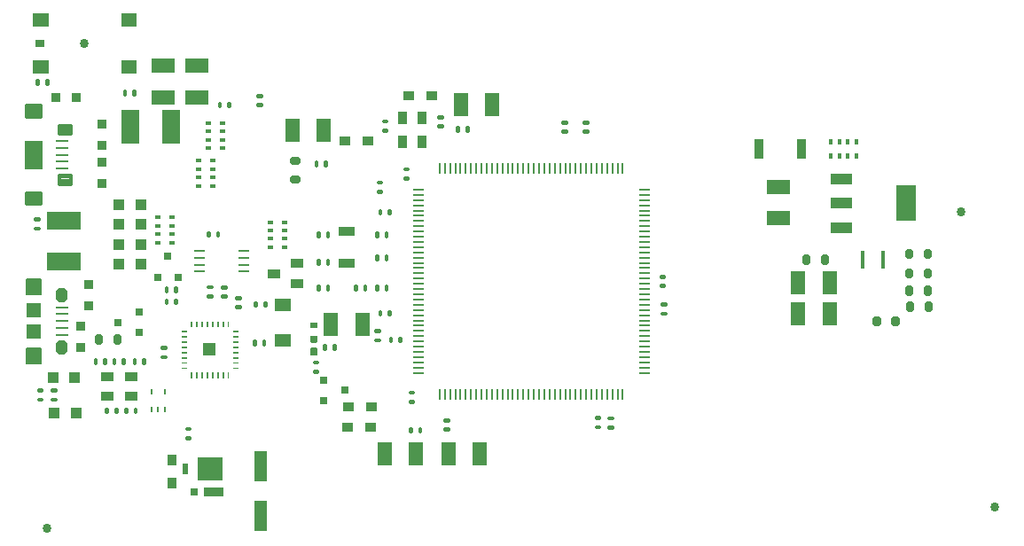
<source format=gtp>
G04 EAGLE Gerber RS-274X export*
G75*
%MOMM*%
%FSLAX34Y34*%
%LPD*%
%INTop Paste*%
%IPPOS*%
%AMOC8*
5,1,8,0,0,1.08239X$1,22.5*%
G01*
%ADD10R,1.247600X2.847600*%
%ADD11R,1.047600X1.047600*%
%ADD12C,0.863600*%
%ADD13R,1.710000X3.210000*%
%ADD14R,0.635000X0.736600*%
%ADD15C,0.305816*%
%ADD16R,0.497600X0.347600*%
%ADD17R,0.889000X0.762000*%
%ADD18C,0.062378*%
%ADD19R,1.047600X0.147600*%
%ADD20R,1.647600X0.947600*%
%ADD21R,2.082800X1.066800*%
%ADD22R,1.980000X3.380000*%
%ADD23R,0.847600X0.847600*%
%ADD24C,0.566959*%
%ADD25R,0.897600X1.147600*%
%ADD26R,1.047600X0.847600*%
%ADD27R,0.747600X0.547600*%
%ADD28R,2.240000X1.440000*%
%ADD29R,0.147600X1.047600*%
%ADD30R,1.440000X2.240000*%
%ADD31R,0.863600X1.828800*%
%ADD32R,1.247600X0.847600*%
%ADD33R,0.847600X1.047600*%
%ADD34R,0.347600X0.497600*%
%ADD35C,0.075000*%
%ADD36R,1.197600X0.247600*%
%ADD37R,1.800000X2.700000*%
%ADD38C,0.367231*%
%ADD39C,0.296472*%
%ADD40R,3.210000X1.710000*%
%ADD41R,1.270000X1.270000*%
%ADD42C,0.071453*%
%ADD43R,1.647600X1.247600*%
%ADD44R,0.247600X0.547600*%
%ADD45R,0.736600X0.635000*%
%ADD46R,1.147600X0.897600*%
%ADD47R,2.413000X2.286000*%
%ADD48R,0.609600X1.117600*%
%ADD49R,1.847600X0.947600*%
%ADD50R,0.647600X0.647600*%
%ADD51R,0.547600X0.097600*%
%ADD52R,0.947600X0.097600*%
%ADD53R,0.097600X0.547600*%
%ADD54R,0.097600X0.947600*%
%ADD55R,0.447600X1.797600*%
%ADD56R,1.193800X0.254000*%
%ADD57C,0.163447*%
%ADD58C,0.860550*%
%ADD59R,1.371600X1.473200*%


D10*
X230378Y35944D03*
X230378Y83944D03*
D11*
X115910Y276860D03*
X94910Y276860D03*
D12*
X899160Y326804D03*
X26670Y24130D03*
X62230Y487680D03*
D11*
X115910Y333248D03*
X94910Y333248D03*
X115910Y314452D03*
X94910Y314452D03*
D13*
X144976Y407924D03*
X105976Y407924D03*
D11*
X115910Y295656D03*
X94910Y295656D03*
D14*
X141986Y284226D03*
X151638Y263906D03*
X132334Y263906D03*
D15*
X189870Y306573D02*
X190368Y306573D01*
X190368Y303535D01*
X189870Y303535D01*
X189870Y306573D01*
X189870Y306440D02*
X190368Y306440D01*
X181478Y306573D02*
X180980Y306573D01*
X181478Y306573D02*
X181478Y303535D01*
X180980Y303535D01*
X180980Y306573D01*
X180980Y306440D02*
X181478Y306440D01*
X183637Y245994D02*
X183637Y245496D01*
X180599Y245496D01*
X180599Y245994D01*
X183637Y245994D01*
X183637Y254386D02*
X183637Y254884D01*
X183637Y254386D02*
X180599Y254386D01*
X180599Y254884D01*
X183637Y254884D01*
D16*
X240138Y316800D03*
X240138Y308800D03*
X240138Y300800D03*
X240138Y292800D03*
X253638Y292800D03*
X253638Y300800D03*
X253638Y308800D03*
X253638Y316800D03*
X132188Y321372D03*
X132188Y313372D03*
X132188Y305372D03*
X132188Y297372D03*
X145688Y297372D03*
X145688Y305372D03*
X145688Y313372D03*
X145688Y321372D03*
D12*
X931926Y44958D03*
D17*
X19685Y487680D03*
D18*
X13304Y504254D02*
X27156Y504254D01*
X13304Y504254D02*
X13304Y516106D01*
X27156Y516106D01*
X27156Y504254D01*
X27156Y504847D02*
X13304Y504847D01*
X13304Y505440D02*
X27156Y505440D01*
X27156Y506033D02*
X13304Y506033D01*
X13304Y506626D02*
X27156Y506626D01*
X27156Y507219D02*
X13304Y507219D01*
X13304Y507812D02*
X27156Y507812D01*
X27156Y508405D02*
X13304Y508405D01*
X13304Y508998D02*
X27156Y508998D01*
X27156Y509591D02*
X13304Y509591D01*
X13304Y510184D02*
X27156Y510184D01*
X27156Y510777D02*
X13304Y510777D01*
X13304Y511370D02*
X27156Y511370D01*
X27156Y511963D02*
X13304Y511963D01*
X13304Y512556D02*
X27156Y512556D01*
X27156Y513149D02*
X13304Y513149D01*
X13304Y513742D02*
X27156Y513742D01*
X27156Y514335D02*
X13304Y514335D01*
X13304Y514928D02*
X27156Y514928D01*
X27156Y515521D02*
X13304Y515521D01*
X97304Y504254D02*
X111156Y504254D01*
X97304Y504254D02*
X97304Y516106D01*
X111156Y516106D01*
X111156Y504254D01*
X111156Y504847D02*
X97304Y504847D01*
X97304Y505440D02*
X111156Y505440D01*
X111156Y506033D02*
X97304Y506033D01*
X97304Y506626D02*
X111156Y506626D01*
X111156Y507219D02*
X97304Y507219D01*
X97304Y507812D02*
X111156Y507812D01*
X111156Y508405D02*
X97304Y508405D01*
X97304Y508998D02*
X111156Y508998D01*
X111156Y509591D02*
X97304Y509591D01*
X97304Y510184D02*
X111156Y510184D01*
X111156Y510777D02*
X97304Y510777D01*
X97304Y511370D02*
X111156Y511370D01*
X111156Y511963D02*
X97304Y511963D01*
X97304Y512556D02*
X111156Y512556D01*
X111156Y513149D02*
X97304Y513149D01*
X97304Y513742D02*
X111156Y513742D01*
X111156Y514335D02*
X97304Y514335D01*
X97304Y514928D02*
X111156Y514928D01*
X111156Y515521D02*
X97304Y515521D01*
X27156Y459254D02*
X13304Y459254D01*
X13304Y471106D01*
X27156Y471106D01*
X27156Y459254D01*
X27156Y459847D02*
X13304Y459847D01*
X13304Y460440D02*
X27156Y460440D01*
X27156Y461033D02*
X13304Y461033D01*
X13304Y461626D02*
X27156Y461626D01*
X27156Y462219D02*
X13304Y462219D01*
X13304Y462812D02*
X27156Y462812D01*
X27156Y463405D02*
X13304Y463405D01*
X13304Y463998D02*
X27156Y463998D01*
X27156Y464591D02*
X13304Y464591D01*
X13304Y465184D02*
X27156Y465184D01*
X27156Y465777D02*
X13304Y465777D01*
X13304Y466370D02*
X27156Y466370D01*
X27156Y466963D02*
X13304Y466963D01*
X13304Y467556D02*
X27156Y467556D01*
X27156Y468149D02*
X13304Y468149D01*
X13304Y468742D02*
X27156Y468742D01*
X27156Y469335D02*
X13304Y469335D01*
X13304Y469928D02*
X27156Y469928D01*
X27156Y470521D02*
X13304Y470521D01*
X97304Y459254D02*
X111156Y459254D01*
X97304Y459254D02*
X97304Y471106D01*
X111156Y471106D01*
X111156Y459254D01*
X111156Y459847D02*
X97304Y459847D01*
X97304Y460440D02*
X111156Y460440D01*
X111156Y461033D02*
X97304Y461033D01*
X97304Y461626D02*
X111156Y461626D01*
X111156Y462219D02*
X97304Y462219D01*
X97304Y462812D02*
X111156Y462812D01*
X111156Y463405D02*
X97304Y463405D01*
X97304Y463998D02*
X111156Y463998D01*
X111156Y464591D02*
X97304Y464591D01*
X97304Y465184D02*
X111156Y465184D01*
X111156Y465777D02*
X97304Y465777D01*
X97304Y466370D02*
X111156Y466370D01*
X111156Y466963D02*
X97304Y466963D01*
X97304Y467556D02*
X111156Y467556D01*
X111156Y468149D02*
X97304Y468149D01*
X97304Y468742D02*
X111156Y468742D01*
X111156Y469335D02*
X97304Y469335D01*
X97304Y469928D02*
X111156Y469928D01*
X111156Y470521D02*
X97304Y470521D01*
D16*
X194202Y387288D03*
X194202Y395288D03*
X194202Y403288D03*
X194202Y411288D03*
X180702Y411288D03*
X180702Y403288D03*
X180702Y395288D03*
X180702Y387288D03*
D19*
X214678Y269640D03*
X214678Y276140D03*
X214678Y282640D03*
X214678Y289140D03*
X172428Y289140D03*
X172428Y282640D03*
X172428Y276140D03*
X172428Y269640D03*
D20*
X312928Y277108D03*
X312928Y308108D03*
D15*
X295270Y279903D02*
X294772Y279903D01*
X295270Y279903D02*
X295270Y276865D01*
X294772Y276865D01*
X294772Y279903D01*
X294772Y279770D02*
X295270Y279770D01*
X286380Y279903D02*
X285882Y279903D01*
X286380Y279903D02*
X286380Y276865D01*
X285882Y276865D01*
X285882Y279903D01*
X285882Y279770D02*
X286380Y279770D01*
X294772Y306319D02*
X295270Y306319D01*
X295270Y303281D01*
X294772Y303281D01*
X294772Y306319D01*
X294772Y306186D02*
X295270Y306186D01*
X286380Y306319D02*
X285882Y306319D01*
X286380Y306319D02*
X286380Y303281D01*
X285882Y303281D01*
X285882Y306319D01*
X285882Y306186D02*
X286380Y306186D01*
D21*
X785368Y357886D03*
X785368Y334772D03*
X785368Y311658D03*
D22*
X847346Y334772D03*
D15*
X351023Y403738D02*
X351023Y404236D01*
X351023Y403738D02*
X347985Y403738D01*
X347985Y404236D01*
X351023Y404236D01*
X351023Y412628D02*
X351023Y413126D01*
X351023Y412628D02*
X347985Y412628D01*
X347985Y413126D01*
X351023Y413126D01*
X403855Y408300D02*
X403855Y407802D01*
X400817Y407802D01*
X400817Y408300D01*
X403855Y408300D01*
X403855Y416692D02*
X403855Y417190D01*
X403855Y416692D02*
X400817Y416692D01*
X400817Y417190D01*
X403855Y417190D01*
D23*
X79248Y373728D03*
X79248Y353728D03*
X79248Y390304D03*
X79248Y410304D03*
D24*
X265047Y358781D02*
X265047Y356991D01*
X261241Y356991D01*
X261241Y358781D01*
X265047Y358781D01*
X265047Y374771D02*
X265047Y376561D01*
X265047Y374771D02*
X261241Y374771D01*
X261241Y376561D01*
X265047Y376561D01*
D15*
X292740Y373883D02*
X293238Y373883D01*
X293238Y370845D01*
X292740Y370845D01*
X292740Y373883D01*
X292740Y373750D02*
X293238Y373750D01*
X284348Y373883D02*
X283850Y373883D01*
X284348Y373883D02*
X284348Y370845D01*
X283850Y370845D01*
X283850Y373883D01*
X283850Y373750D02*
X284348Y373750D01*
D25*
X365908Y416630D03*
X365908Y393630D03*
X384408Y393630D03*
X384408Y416630D03*
D26*
X313612Y120904D03*
X335612Y120904D03*
D15*
X409951Y118740D02*
X409951Y118242D01*
X406913Y118242D01*
X406913Y118740D01*
X409951Y118740D01*
X409951Y127132D02*
X409951Y127630D01*
X409951Y127132D02*
X406913Y127132D01*
X406913Y127630D01*
X409951Y127630D01*
D27*
X281432Y218336D03*
X281432Y205336D03*
X281432Y192336D03*
D15*
X282951Y194442D02*
X282951Y194940D01*
X282951Y194442D02*
X279913Y194442D01*
X279913Y194940D01*
X282951Y194940D01*
X282951Y203332D02*
X282951Y203830D01*
X282951Y203332D02*
X279913Y203332D01*
X279913Y203830D01*
X282951Y203830D01*
D16*
X171050Y375474D03*
X171050Y367474D03*
X171050Y359474D03*
X171050Y351474D03*
X184550Y351474D03*
X184550Y359474D03*
X184550Y367474D03*
X184550Y375474D03*
D28*
X725424Y320280D03*
X725424Y350280D03*
D15*
X371343Y358018D02*
X371343Y358516D01*
X371343Y358018D02*
X368305Y358018D01*
X368305Y358516D01*
X371343Y358516D01*
X371343Y366908D02*
X371343Y367406D01*
X371343Y366908D02*
X368305Y366908D01*
X368305Y367406D01*
X371343Y367406D01*
X342905Y354706D02*
X342905Y354208D01*
X342905Y354706D02*
X345943Y354706D01*
X345943Y354208D01*
X342905Y354208D01*
X342905Y345816D02*
X342905Y345318D01*
X342905Y345816D02*
X345943Y345816D01*
X345943Y345318D01*
X342905Y345318D01*
X342260Y280929D02*
X341762Y280929D01*
X341762Y283967D01*
X342260Y283967D01*
X342260Y280929D01*
X342260Y283834D02*
X341762Y283834D01*
X350652Y280929D02*
X351150Y280929D01*
X350652Y280929D02*
X350652Y283967D01*
X351150Y283967D01*
X351150Y280929D01*
X351150Y283834D02*
X350652Y283834D01*
D29*
X576450Y368350D03*
X571450Y368350D03*
X566450Y368350D03*
X561450Y368350D03*
X556450Y368350D03*
X551450Y368350D03*
X546450Y368350D03*
X541450Y368350D03*
X536450Y368350D03*
X531450Y368350D03*
X526450Y368350D03*
X521450Y368350D03*
X516450Y368350D03*
X511450Y368350D03*
X506450Y368350D03*
X501450Y368350D03*
X496450Y368350D03*
X491450Y368350D03*
X486450Y368350D03*
X481450Y368350D03*
X476450Y368350D03*
X471450Y368350D03*
X466450Y368350D03*
X461450Y368350D03*
X456450Y368350D03*
X451450Y368350D03*
X446450Y368350D03*
X441450Y368350D03*
X436450Y368350D03*
X431450Y368350D03*
X426450Y368350D03*
X421450Y368350D03*
X416450Y368350D03*
X411450Y368350D03*
X406450Y368350D03*
X401450Y368350D03*
D19*
X380950Y347850D03*
X380950Y342850D03*
X380950Y337850D03*
X380950Y332850D03*
X380950Y327850D03*
X380950Y322850D03*
X380950Y317850D03*
X380950Y312850D03*
X380950Y307850D03*
X380950Y302850D03*
X380950Y297850D03*
X380950Y292850D03*
X380950Y287850D03*
X380950Y282850D03*
X380950Y277850D03*
X380950Y272850D03*
X380950Y267850D03*
X380950Y262850D03*
X380950Y257850D03*
X380950Y252850D03*
X380950Y247850D03*
X380950Y242850D03*
X380950Y237850D03*
X380950Y232850D03*
X380950Y227850D03*
X380950Y222850D03*
X380950Y217850D03*
X380950Y212850D03*
X380950Y207850D03*
X380950Y202850D03*
X380950Y197850D03*
X380950Y192850D03*
X380950Y187850D03*
X380950Y182850D03*
X380950Y177850D03*
X380950Y172850D03*
D29*
X401450Y152350D03*
X406450Y152350D03*
X411450Y152350D03*
X416450Y152350D03*
X421450Y152350D03*
X426450Y152350D03*
X431450Y152350D03*
X436450Y152350D03*
X441450Y152350D03*
X446450Y152350D03*
X451450Y152350D03*
X456450Y152350D03*
X461450Y152350D03*
X466450Y152350D03*
X471450Y152350D03*
X476450Y152350D03*
X481450Y152350D03*
X486450Y152350D03*
X491450Y152350D03*
X496450Y152350D03*
X501450Y152350D03*
X506450Y152350D03*
X511450Y152350D03*
X516450Y152350D03*
X521450Y152350D03*
X526450Y152350D03*
X531450Y152350D03*
X536450Y152350D03*
X541450Y152350D03*
X546450Y152350D03*
X551450Y152350D03*
X556450Y152350D03*
X561450Y152350D03*
X566450Y152350D03*
X571450Y152350D03*
X576450Y152350D03*
D19*
X596950Y172850D03*
X596950Y177850D03*
X596950Y182850D03*
X596950Y187850D03*
X596950Y192850D03*
X596950Y197850D03*
X596950Y202850D03*
X596950Y207850D03*
X596950Y212850D03*
X596950Y217850D03*
X596950Y222850D03*
X596950Y227850D03*
X596950Y232850D03*
X596950Y237850D03*
X596950Y242850D03*
X596950Y247850D03*
X596950Y252850D03*
X596950Y257850D03*
X596950Y262850D03*
X596950Y267850D03*
X596950Y272850D03*
X596950Y277850D03*
X596950Y282850D03*
X596950Y287850D03*
X596950Y292850D03*
X596950Y297850D03*
X596950Y302850D03*
X596950Y307850D03*
X596950Y312850D03*
X596950Y317850D03*
X596950Y322850D03*
X596950Y327850D03*
X596950Y332850D03*
X596950Y337850D03*
X596950Y342850D03*
X596950Y347850D03*
D30*
X348728Y95504D03*
X378728Y95504D03*
D15*
X355468Y202697D02*
X354970Y202697D01*
X354970Y205735D01*
X355468Y205735D01*
X355468Y202697D01*
X355468Y205602D02*
X354970Y205602D01*
X363860Y202697D02*
X364358Y202697D01*
X363860Y202697D02*
X363860Y205735D01*
X364358Y205735D01*
X364358Y202697D01*
X364358Y205602D02*
X363860Y205602D01*
D30*
X327674Y218694D03*
X297674Y218694D03*
D15*
X343911Y204084D02*
X343911Y203586D01*
X340873Y203586D01*
X340873Y204084D01*
X343911Y204084D01*
X343911Y212476D02*
X343911Y212974D01*
X343911Y212476D02*
X340873Y212476D01*
X340873Y212974D01*
X343911Y212974D01*
X540009Y411612D02*
X540009Y412110D01*
X543047Y412110D01*
X543047Y411612D01*
X540009Y411612D01*
X540009Y403220D02*
X540009Y402722D01*
X540009Y403220D02*
X543047Y403220D01*
X543047Y402722D01*
X540009Y402722D01*
X342260Y303281D02*
X341762Y303281D01*
X341762Y306319D01*
X342260Y306319D01*
X342260Y303281D01*
X342260Y306186D02*
X341762Y306186D01*
X350652Y303281D02*
X351150Y303281D01*
X350652Y303281D02*
X350652Y306319D01*
X351150Y306319D01*
X351150Y303281D01*
X351150Y306186D02*
X350652Y306186D01*
X342260Y252481D02*
X341762Y252481D01*
X341762Y255519D01*
X342260Y255519D01*
X342260Y252481D01*
X342260Y255386D02*
X341762Y255386D01*
X350652Y252481D02*
X351150Y252481D01*
X350652Y252481D02*
X350652Y255519D01*
X351150Y255519D01*
X351150Y252481D01*
X351150Y255386D02*
X350652Y255386D01*
X554223Y121026D02*
X554223Y120528D01*
X551185Y120528D01*
X551185Y121026D01*
X554223Y121026D01*
X554223Y129418D02*
X554223Y129916D01*
X554223Y129418D02*
X551185Y129418D01*
X551185Y129916D01*
X554223Y129916D01*
X617215Y228986D02*
X617215Y229484D01*
X617215Y228986D02*
X614177Y228986D01*
X614177Y229484D01*
X617215Y229484D01*
X617215Y237876D02*
X617215Y238374D01*
X617215Y237876D02*
X614177Y237876D01*
X614177Y238374D01*
X617215Y238374D01*
X383383Y119451D02*
X382885Y119451D01*
X383383Y119451D02*
X383383Y116413D01*
X382885Y116413D01*
X382885Y119451D01*
X382885Y119318D02*
X383383Y119318D01*
X374493Y119451D02*
X373995Y119451D01*
X374493Y119451D02*
X374493Y116413D01*
X373995Y116413D01*
X373995Y119451D01*
X373995Y119318D02*
X374493Y119318D01*
X519689Y411612D02*
X519689Y412110D01*
X522727Y412110D01*
X522727Y411612D01*
X519689Y411612D01*
X519689Y403220D02*
X519689Y402722D01*
X519689Y403220D02*
X522727Y403220D01*
X522727Y402722D01*
X519689Y402722D01*
X345308Y228097D02*
X344810Y228097D01*
X344810Y231135D01*
X345308Y231135D01*
X345308Y228097D01*
X345308Y231002D02*
X344810Y231002D01*
X353700Y228097D02*
X354198Y228097D01*
X353700Y228097D02*
X353700Y231135D01*
X354198Y231135D01*
X354198Y228097D01*
X354198Y231002D02*
X353700Y231002D01*
X566669Y120772D02*
X566669Y120274D01*
X563631Y120274D01*
X563631Y120772D01*
X566669Y120772D01*
X566669Y129164D02*
X566669Y129662D01*
X566669Y129164D02*
X563631Y129164D01*
X563631Y129662D01*
X566669Y129662D01*
X613161Y264292D02*
X613161Y264790D01*
X616199Y264790D01*
X616199Y264292D01*
X613161Y264292D01*
X613161Y255900D02*
X613161Y255402D01*
X613161Y255900D02*
X616199Y255900D01*
X616199Y255402D01*
X613161Y255402D01*
X345308Y324617D02*
X344810Y324617D01*
X344810Y327655D01*
X345308Y327655D01*
X345308Y324617D01*
X345308Y327522D02*
X344810Y327522D01*
X353700Y324617D02*
X354198Y324617D01*
X353700Y324617D02*
X353700Y327655D01*
X354198Y327655D01*
X354198Y324617D01*
X354198Y327522D02*
X353700Y327522D01*
X376423Y145156D02*
X376423Y144658D01*
X373385Y144658D01*
X373385Y145156D01*
X376423Y145156D01*
X376423Y153548D02*
X376423Y154046D01*
X376423Y153548D02*
X373385Y153548D01*
X373385Y154046D01*
X376423Y154046D01*
D26*
X314120Y140208D03*
X336120Y140208D03*
X333072Y394208D03*
X311072Y394208D03*
D30*
X409688Y95504D03*
X439688Y95504D03*
X291098Y404368D03*
X261098Y404368D03*
D26*
X372032Y437896D03*
X394032Y437896D03*
D15*
X427868Y406903D02*
X428366Y406903D01*
X428366Y403865D01*
X427868Y403865D01*
X427868Y406903D01*
X427868Y406770D02*
X428366Y406770D01*
X419476Y406903D02*
X418978Y406903D01*
X419476Y406903D02*
X419476Y403865D01*
X418978Y403865D01*
X418978Y406903D01*
X418978Y406770D02*
X419476Y406770D01*
D30*
X421880Y428752D03*
X451880Y428752D03*
D31*
X746760Y387096D03*
X706755Y387096D03*
D32*
X265000Y258216D03*
X265000Y277216D03*
X243000Y267716D03*
D15*
X294772Y255519D02*
X295270Y255519D01*
X295270Y252481D01*
X294772Y252481D01*
X294772Y255519D01*
X294772Y255386D02*
X295270Y255386D01*
X286380Y255519D02*
X285882Y255519D01*
X286380Y255519D02*
X286380Y252481D01*
X285882Y252481D01*
X285882Y255519D01*
X285882Y255386D02*
X286380Y255386D01*
D33*
X146304Y67740D03*
X146304Y89740D03*
D15*
X300868Y198623D02*
X301366Y198623D01*
X301366Y195585D01*
X300868Y195585D01*
X300868Y198623D01*
X300868Y198490D02*
X301366Y198490D01*
X292476Y198623D02*
X291978Y198623D01*
X292476Y198623D02*
X292476Y195585D01*
X291978Y195585D01*
X291978Y198623D01*
X291978Y198490D02*
X292476Y198490D01*
X231135Y428122D02*
X231135Y428620D01*
X231135Y428122D02*
X228097Y428122D01*
X228097Y428620D01*
X231135Y428620D01*
X231135Y437012D02*
X231135Y437510D01*
X231135Y437012D02*
X228097Y437012D01*
X228097Y437510D01*
X231135Y437510D01*
X27046Y451607D02*
X26548Y451607D01*
X27046Y451607D02*
X27046Y448569D01*
X26548Y448569D01*
X26548Y451607D01*
X26548Y451474D02*
X27046Y451474D01*
X18156Y451607D02*
X17658Y451607D01*
X18156Y451607D02*
X18156Y448569D01*
X17658Y448569D01*
X17658Y451607D01*
X17658Y451474D02*
X18156Y451474D01*
X330332Y255519D02*
X330830Y255519D01*
X330830Y252481D01*
X330332Y252481D01*
X330332Y255519D01*
X330332Y255386D02*
X330830Y255386D01*
X321940Y255519D02*
X321442Y255519D01*
X321940Y255519D02*
X321940Y252481D01*
X321442Y252481D01*
X321442Y255519D01*
X321442Y255386D02*
X321940Y255386D01*
D28*
X169672Y436104D03*
X169672Y466104D03*
X137160Y436104D03*
X137160Y466104D03*
D34*
X799400Y393846D03*
X791400Y393846D03*
X783400Y393846D03*
X775400Y393846D03*
X775400Y380346D03*
X783400Y380346D03*
X791400Y380346D03*
X799400Y380346D03*
D35*
X19220Y419000D02*
X8720Y419000D01*
D36*
X40970Y394000D03*
X40970Y387500D03*
X40970Y381000D03*
X40970Y374500D03*
X40970Y368000D03*
D37*
X13970Y381000D03*
D38*
X38568Y401098D02*
X49372Y401098D01*
X38568Y401098D02*
X38568Y408902D01*
X49372Y408902D01*
X49372Y401098D01*
X49372Y404586D02*
X38568Y404586D01*
X38568Y408074D02*
X49372Y408074D01*
X49372Y353098D02*
X38568Y353098D01*
X38568Y360902D01*
X49372Y360902D01*
X49372Y353098D01*
X49372Y356586D02*
X38568Y356586D01*
X38568Y360074D02*
X49372Y360074D01*
D39*
X20726Y417494D02*
X7214Y417494D01*
X7214Y428006D01*
X20726Y428006D01*
X20726Y417494D01*
X20726Y420311D02*
X7214Y420311D01*
X7214Y423128D02*
X20726Y423128D01*
X20726Y425945D02*
X7214Y425945D01*
X7214Y333994D02*
X20726Y333994D01*
X7214Y333994D02*
X7214Y344506D01*
X20726Y344506D01*
X20726Y333994D01*
X20726Y336811D02*
X7214Y336811D01*
X7214Y339628D02*
X20726Y339628D01*
X20726Y342445D02*
X7214Y342445D01*
D15*
X18791Y310764D02*
X18791Y310266D01*
X15753Y310266D01*
X15753Y310764D01*
X18791Y310764D01*
X18791Y319156D02*
X18791Y319654D01*
X18791Y319156D02*
X15753Y319156D01*
X15753Y319654D01*
X18791Y319654D01*
D11*
X32172Y168656D03*
X53172Y168656D03*
X33188Y134112D03*
X54188Y134112D03*
D40*
X42672Y318204D03*
X42672Y279204D03*
D15*
X139695Y187828D02*
X139695Y187330D01*
X136657Y187330D01*
X136657Y187828D01*
X139695Y187828D01*
X139695Y196220D02*
X139695Y196718D01*
X139695Y196220D02*
X136657Y196220D01*
X136657Y196718D01*
X139695Y196718D01*
X197607Y245242D02*
X197607Y245740D01*
X197607Y245242D02*
X194569Y245242D01*
X194569Y245740D01*
X197607Y245740D01*
X197607Y254132D02*
X197607Y254630D01*
X197607Y254132D02*
X194569Y254132D01*
X194569Y254630D01*
X197607Y254630D01*
D41*
X181864Y195072D03*
D42*
X159745Y212291D02*
X159745Y212853D01*
X159745Y212291D02*
X154983Y212291D01*
X154983Y212853D01*
X159745Y212853D01*
X159745Y207853D02*
X159745Y207291D01*
X154983Y207291D01*
X154983Y207853D01*
X159745Y207853D01*
X159745Y202853D02*
X159745Y202291D01*
X154983Y202291D01*
X154983Y202853D01*
X159745Y202853D01*
X159745Y197853D02*
X159745Y197291D01*
X154983Y197291D01*
X154983Y197853D01*
X159745Y197853D01*
X159745Y192853D02*
X159745Y192291D01*
X154983Y192291D01*
X154983Y192853D01*
X159745Y192853D01*
X159745Y187853D02*
X159745Y187291D01*
X154983Y187291D01*
X154983Y187853D01*
X159745Y187853D01*
X159745Y182853D02*
X159745Y182291D01*
X154983Y182291D01*
X154983Y182853D01*
X159745Y182853D01*
X159745Y177853D02*
X159745Y177291D01*
X154983Y177291D01*
X154983Y177853D01*
X159745Y177853D01*
X164083Y172953D02*
X164645Y172953D01*
X164645Y168191D01*
X164083Y168191D01*
X164083Y172953D01*
X164083Y168870D02*
X164645Y168870D01*
X164645Y169549D02*
X164083Y169549D01*
X164083Y170228D02*
X164645Y170228D01*
X164645Y170907D02*
X164083Y170907D01*
X164083Y171586D02*
X164645Y171586D01*
X164645Y172265D02*
X164083Y172265D01*
X164083Y172944D02*
X164645Y172944D01*
X169083Y172953D02*
X169645Y172953D01*
X169645Y168191D01*
X169083Y168191D01*
X169083Y172953D01*
X169083Y168870D02*
X169645Y168870D01*
X169645Y169549D02*
X169083Y169549D01*
X169083Y170228D02*
X169645Y170228D01*
X169645Y170907D02*
X169083Y170907D01*
X169083Y171586D02*
X169645Y171586D01*
X169645Y172265D02*
X169083Y172265D01*
X169083Y172944D02*
X169645Y172944D01*
X174083Y172953D02*
X174645Y172953D01*
X174645Y168191D01*
X174083Y168191D01*
X174083Y172953D01*
X174083Y168870D02*
X174645Y168870D01*
X174645Y169549D02*
X174083Y169549D01*
X174083Y170228D02*
X174645Y170228D01*
X174645Y170907D02*
X174083Y170907D01*
X174083Y171586D02*
X174645Y171586D01*
X174645Y172265D02*
X174083Y172265D01*
X174083Y172944D02*
X174645Y172944D01*
X179083Y172953D02*
X179645Y172953D01*
X179645Y168191D01*
X179083Y168191D01*
X179083Y172953D01*
X179083Y168870D02*
X179645Y168870D01*
X179645Y169549D02*
X179083Y169549D01*
X179083Y170228D02*
X179645Y170228D01*
X179645Y170907D02*
X179083Y170907D01*
X179083Y171586D02*
X179645Y171586D01*
X179645Y172265D02*
X179083Y172265D01*
X179083Y172944D02*
X179645Y172944D01*
X184083Y172953D02*
X184645Y172953D01*
X184645Y168191D01*
X184083Y168191D01*
X184083Y172953D01*
X184083Y168870D02*
X184645Y168870D01*
X184645Y169549D02*
X184083Y169549D01*
X184083Y170228D02*
X184645Y170228D01*
X184645Y170907D02*
X184083Y170907D01*
X184083Y171586D02*
X184645Y171586D01*
X184645Y172265D02*
X184083Y172265D01*
X184083Y172944D02*
X184645Y172944D01*
X189083Y172953D02*
X189645Y172953D01*
X189645Y168191D01*
X189083Y168191D01*
X189083Y172953D01*
X189083Y168870D02*
X189645Y168870D01*
X189645Y169549D02*
X189083Y169549D01*
X189083Y170228D02*
X189645Y170228D01*
X189645Y170907D02*
X189083Y170907D01*
X189083Y171586D02*
X189645Y171586D01*
X189645Y172265D02*
X189083Y172265D01*
X189083Y172944D02*
X189645Y172944D01*
X194083Y172953D02*
X194645Y172953D01*
X194645Y168191D01*
X194083Y168191D01*
X194083Y172953D01*
X194083Y168870D02*
X194645Y168870D01*
X194645Y169549D02*
X194083Y169549D01*
X194083Y170228D02*
X194645Y170228D01*
X194645Y170907D02*
X194083Y170907D01*
X194083Y171586D02*
X194645Y171586D01*
X194645Y172265D02*
X194083Y172265D01*
X194083Y172944D02*
X194645Y172944D01*
X199083Y172953D02*
X199645Y172953D01*
X199645Y168191D01*
X199083Y168191D01*
X199083Y172953D01*
X199083Y168870D02*
X199645Y168870D01*
X199645Y169549D02*
X199083Y169549D01*
X199083Y170228D02*
X199645Y170228D01*
X199645Y170907D02*
X199083Y170907D01*
X199083Y171586D02*
X199645Y171586D01*
X199645Y172265D02*
X199083Y172265D01*
X199083Y172944D02*
X199645Y172944D01*
X208745Y177291D02*
X208745Y177853D01*
X208745Y177291D02*
X203983Y177291D01*
X203983Y177853D01*
X208745Y177853D01*
X208745Y182291D02*
X208745Y182853D01*
X208745Y182291D02*
X203983Y182291D01*
X203983Y182853D01*
X208745Y182853D01*
X208745Y187291D02*
X208745Y187853D01*
X208745Y187291D02*
X203983Y187291D01*
X203983Y187853D01*
X208745Y187853D01*
X208745Y192291D02*
X208745Y192853D01*
X208745Y192291D02*
X203983Y192291D01*
X203983Y192853D01*
X208745Y192853D01*
X208745Y197291D02*
X208745Y197853D01*
X208745Y197291D02*
X203983Y197291D01*
X203983Y197853D01*
X208745Y197853D01*
X208745Y202291D02*
X208745Y202853D01*
X208745Y202291D02*
X203983Y202291D01*
X203983Y202853D01*
X208745Y202853D01*
X208745Y207291D02*
X208745Y207853D01*
X208745Y207291D02*
X203983Y207291D01*
X203983Y207853D01*
X208745Y207853D01*
X208745Y212291D02*
X208745Y212853D01*
X208745Y212291D02*
X203983Y212291D01*
X203983Y212853D01*
X208745Y212853D01*
X199645Y221953D02*
X199083Y221953D01*
X199645Y221953D02*
X199645Y217191D01*
X199083Y217191D01*
X199083Y221953D01*
X199083Y217870D02*
X199645Y217870D01*
X199645Y218549D02*
X199083Y218549D01*
X199083Y219228D02*
X199645Y219228D01*
X199645Y219907D02*
X199083Y219907D01*
X199083Y220586D02*
X199645Y220586D01*
X199645Y221265D02*
X199083Y221265D01*
X199083Y221944D02*
X199645Y221944D01*
X194645Y221953D02*
X194083Y221953D01*
X194645Y221953D02*
X194645Y217191D01*
X194083Y217191D01*
X194083Y221953D01*
X194083Y217870D02*
X194645Y217870D01*
X194645Y218549D02*
X194083Y218549D01*
X194083Y219228D02*
X194645Y219228D01*
X194645Y219907D02*
X194083Y219907D01*
X194083Y220586D02*
X194645Y220586D01*
X194645Y221265D02*
X194083Y221265D01*
X194083Y221944D02*
X194645Y221944D01*
X189645Y221953D02*
X189083Y221953D01*
X189645Y221953D02*
X189645Y217191D01*
X189083Y217191D01*
X189083Y221953D01*
X189083Y217870D02*
X189645Y217870D01*
X189645Y218549D02*
X189083Y218549D01*
X189083Y219228D02*
X189645Y219228D01*
X189645Y219907D02*
X189083Y219907D01*
X189083Y220586D02*
X189645Y220586D01*
X189645Y221265D02*
X189083Y221265D01*
X189083Y221944D02*
X189645Y221944D01*
X184645Y221953D02*
X184083Y221953D01*
X184645Y221953D02*
X184645Y217191D01*
X184083Y217191D01*
X184083Y221953D01*
X184083Y217870D02*
X184645Y217870D01*
X184645Y218549D02*
X184083Y218549D01*
X184083Y219228D02*
X184645Y219228D01*
X184645Y219907D02*
X184083Y219907D01*
X184083Y220586D02*
X184645Y220586D01*
X184645Y221265D02*
X184083Y221265D01*
X184083Y221944D02*
X184645Y221944D01*
X179645Y221953D02*
X179083Y221953D01*
X179645Y221953D02*
X179645Y217191D01*
X179083Y217191D01*
X179083Y221953D01*
X179083Y217870D02*
X179645Y217870D01*
X179645Y218549D02*
X179083Y218549D01*
X179083Y219228D02*
X179645Y219228D01*
X179645Y219907D02*
X179083Y219907D01*
X179083Y220586D02*
X179645Y220586D01*
X179645Y221265D02*
X179083Y221265D01*
X179083Y221944D02*
X179645Y221944D01*
X174645Y221953D02*
X174083Y221953D01*
X174645Y221953D02*
X174645Y217191D01*
X174083Y217191D01*
X174083Y221953D01*
X174083Y217870D02*
X174645Y217870D01*
X174645Y218549D02*
X174083Y218549D01*
X174083Y219228D02*
X174645Y219228D01*
X174645Y219907D02*
X174083Y219907D01*
X174083Y220586D02*
X174645Y220586D01*
X174645Y221265D02*
X174083Y221265D01*
X174083Y221944D02*
X174645Y221944D01*
X169645Y221953D02*
X169083Y221953D01*
X169645Y221953D02*
X169645Y217191D01*
X169083Y217191D01*
X169083Y221953D01*
X169083Y217870D02*
X169645Y217870D01*
X169645Y218549D02*
X169083Y218549D01*
X169083Y219228D02*
X169645Y219228D01*
X169645Y219907D02*
X169083Y219907D01*
X169083Y220586D02*
X169645Y220586D01*
X169645Y221265D02*
X169083Y221265D01*
X169083Y221944D02*
X169645Y221944D01*
X164645Y221953D02*
X164083Y221953D01*
X164645Y221953D02*
X164645Y217191D01*
X164083Y217191D01*
X164083Y221953D01*
X164083Y217870D02*
X164645Y217870D01*
X164645Y218549D02*
X164083Y218549D01*
X164083Y219228D02*
X164645Y219228D01*
X164645Y219907D02*
X164083Y219907D01*
X164083Y220586D02*
X164645Y220586D01*
X164645Y221265D02*
X164083Y221265D01*
X164083Y221944D02*
X164645Y221944D01*
D23*
X66040Y256888D03*
X66040Y236888D03*
X58928Y197264D03*
X58928Y217264D03*
D15*
X90810Y181869D02*
X91308Y181869D01*
X90810Y181869D02*
X90810Y184907D01*
X91308Y184907D01*
X91308Y181869D01*
X91308Y184774D02*
X90810Y184774D01*
X99700Y181869D02*
X100198Y181869D01*
X99700Y181869D02*
X99700Y184907D01*
X100198Y184907D01*
X100198Y181869D01*
X100198Y184774D02*
X99700Y184774D01*
X84196Y135017D02*
X83698Y135017D01*
X83698Y138055D01*
X84196Y138055D01*
X84196Y135017D01*
X84196Y137922D02*
X83698Y137922D01*
X92588Y135017D02*
X93086Y135017D01*
X92588Y135017D02*
X92588Y138055D01*
X93086Y138055D01*
X93086Y135017D01*
X93086Y137922D02*
X92588Y137922D01*
X110114Y181869D02*
X110612Y181869D01*
X110114Y181869D02*
X110114Y184907D01*
X110612Y184907D01*
X110612Y181869D01*
X110612Y184774D02*
X110114Y184774D01*
X119004Y181869D02*
X119502Y181869D01*
X119004Y181869D02*
X119004Y184907D01*
X119502Y184907D01*
X119502Y181869D01*
X119502Y184774D02*
X119004Y184774D01*
D43*
X251968Y203472D03*
X251968Y237472D03*
D15*
X226436Y236733D02*
X225938Y236733D01*
X225938Y239771D01*
X226436Y239771D01*
X226436Y236733D01*
X226436Y239638D02*
X225938Y239638D01*
X234828Y236733D02*
X235326Y236733D01*
X234828Y236733D02*
X234828Y239771D01*
X235326Y239771D01*
X235326Y236733D01*
X235326Y239638D02*
X234828Y239638D01*
X32009Y156078D02*
X32009Y155580D01*
X32009Y156078D02*
X35047Y156078D01*
X35047Y155580D01*
X32009Y155580D01*
X32009Y147188D02*
X32009Y146690D01*
X32009Y147188D02*
X35047Y147188D01*
X35047Y146690D01*
X32009Y146690D01*
X21839Y146690D02*
X21839Y147188D01*
X21839Y146690D02*
X18801Y146690D01*
X18801Y147188D01*
X21839Y147188D01*
X21839Y155580D02*
X21839Y156078D01*
X21839Y155580D02*
X18801Y155580D01*
X18801Y156078D01*
X21839Y156078D01*
X160053Y119262D02*
X160053Y118764D01*
X160053Y119262D02*
X163091Y119262D01*
X163091Y118764D01*
X160053Y118764D01*
X160053Y110372D02*
X160053Y109874D01*
X160053Y110372D02*
X163091Y110372D01*
X163091Y109874D01*
X160053Y109874D01*
X149982Y242311D02*
X149484Y242311D01*
X149982Y242311D02*
X149982Y239273D01*
X149484Y239273D01*
X149484Y242311D01*
X149484Y242178D02*
X149982Y242178D01*
X141092Y242311D02*
X140594Y242311D01*
X141092Y242311D02*
X141092Y239273D01*
X140594Y239273D01*
X140594Y242311D01*
X140594Y242178D02*
X141092Y242178D01*
X149484Y253487D02*
X149982Y253487D01*
X149982Y250449D01*
X149484Y250449D01*
X149484Y253487D01*
X149484Y253354D02*
X149982Y253354D01*
X141092Y253487D02*
X140594Y253487D01*
X141092Y253487D02*
X141092Y250449D01*
X140594Y250449D01*
X140594Y253487D01*
X140594Y253354D02*
X141092Y253354D01*
X210815Y235580D02*
X210815Y235082D01*
X207777Y235082D01*
X207777Y235580D01*
X210815Y235580D01*
X210815Y243972D02*
X210815Y244470D01*
X210815Y243972D02*
X207777Y243972D01*
X207777Y244470D01*
X210815Y244470D01*
D44*
X126132Y137500D03*
X132632Y137500D03*
X139132Y137500D03*
X139132Y154500D03*
X126132Y154500D03*
D15*
X200284Y430271D02*
X200782Y430271D01*
X200782Y427233D01*
X200284Y427233D01*
X200284Y430271D01*
X200284Y430138D02*
X200782Y430138D01*
X191892Y430271D02*
X191394Y430271D01*
X191892Y430271D02*
X191892Y427233D01*
X191394Y427233D01*
X191394Y430271D01*
X191394Y430138D02*
X191892Y430138D01*
X224922Y199649D02*
X225420Y199649D01*
X224922Y199649D02*
X224922Y202687D01*
X225420Y202687D01*
X225420Y199649D01*
X225420Y202554D02*
X224922Y202554D01*
X233812Y199649D02*
X234310Y199649D01*
X233812Y199649D02*
X233812Y202687D01*
X234310Y202687D01*
X234310Y199649D01*
X234310Y202554D02*
X233812Y202554D01*
D23*
X34704Y435864D03*
X54704Y435864D03*
D45*
X94488Y220980D03*
X114808Y230632D03*
X114808Y211328D03*
D46*
X84004Y150262D03*
X107004Y150262D03*
X107004Y168762D03*
X84004Y168762D03*
D15*
X109860Y441447D02*
X110358Y441447D01*
X110358Y438409D01*
X109860Y438409D01*
X109860Y441447D01*
X109860Y441314D02*
X110358Y441314D01*
X101468Y441447D02*
X100970Y441447D01*
X101468Y441447D02*
X101468Y438409D01*
X100970Y438409D01*
X100970Y441447D01*
X100970Y441314D02*
X101468Y441314D01*
X111084Y138055D02*
X111582Y138055D01*
X111582Y135017D01*
X111084Y135017D01*
X111084Y138055D01*
X111084Y137922D02*
X111582Y137922D01*
X102692Y138055D02*
X102194Y138055D01*
X102692Y138055D02*
X102692Y135017D01*
X102194Y135017D01*
X102194Y138055D01*
X102194Y137922D02*
X102692Y137922D01*
D45*
X311404Y156210D03*
X291084Y146558D03*
X291084Y165862D03*
D47*
X182260Y81280D03*
D48*
X158760Y81280D03*
D15*
X284983Y173614D02*
X284983Y174112D01*
X284983Y173614D02*
X281945Y173614D01*
X281945Y174112D01*
X284983Y174112D01*
X284983Y182504D02*
X284983Y183002D01*
X284983Y182504D02*
X281945Y182504D01*
X281945Y183002D01*
X284983Y183002D01*
D49*
X185816Y58928D03*
D50*
X166816Y58928D03*
D15*
X82418Y184907D02*
X81920Y184907D01*
X82418Y184907D02*
X82418Y181869D01*
X81920Y181869D01*
X81920Y184907D01*
X81920Y184774D02*
X82418Y184774D01*
X73528Y184907D02*
X73030Y184907D01*
X73528Y184907D02*
X73528Y181869D01*
X73030Y181869D01*
X73030Y184907D01*
X73030Y184774D02*
X73528Y184774D01*
D24*
X75051Y203329D02*
X76841Y203329D01*
X75051Y203329D02*
X75051Y207135D01*
X76841Y207135D01*
X76841Y203329D01*
X92831Y203329D02*
X94621Y203329D01*
X92831Y203329D02*
X92831Y207135D01*
X94621Y207135D01*
X94621Y203329D01*
D30*
X773952Y229362D03*
X743952Y229362D03*
X773952Y258572D03*
X743952Y258572D03*
D24*
X767963Y279529D02*
X767963Y283335D01*
X769753Y283335D01*
X769753Y279529D01*
X767963Y279529D01*
X750183Y279529D02*
X750183Y283335D01*
X751973Y283335D01*
X751973Y279529D01*
X750183Y279529D01*
D51*
X829840Y252724D03*
D52*
X827840Y259224D03*
X827840Y265724D03*
D51*
X829840Y272224D03*
X829840Y280724D03*
X829840Y289224D03*
X800840Y289224D03*
X800840Y280724D03*
X800840Y272224D03*
D52*
X802840Y265724D03*
X802840Y259224D03*
D51*
X800840Y252724D03*
D53*
X802840Y243724D03*
X807840Y243724D03*
D54*
X812840Y245724D03*
X817840Y245724D03*
D53*
X822840Y243724D03*
X827840Y243724D03*
D55*
X825340Y280724D03*
X805340Y280724D03*
D24*
X866769Y288669D02*
X868559Y288669D01*
X868559Y284863D01*
X866769Y284863D01*
X866769Y288669D01*
X850779Y288669D02*
X848989Y288669D01*
X850779Y288669D02*
X850779Y284863D01*
X848989Y284863D01*
X848989Y288669D01*
X866769Y269873D02*
X868559Y269873D01*
X868559Y266067D01*
X866769Y266067D01*
X866769Y269873D01*
X850779Y269873D02*
X848989Y269873D01*
X850779Y269873D02*
X850779Y266067D01*
X848989Y266067D01*
X848989Y269873D01*
X867023Y238377D02*
X868813Y238377D01*
X868813Y234571D01*
X867023Y234571D01*
X867023Y238377D01*
X851033Y238377D02*
X849243Y238377D01*
X851033Y238377D02*
X851033Y234571D01*
X849243Y234571D01*
X849243Y238377D01*
X866515Y253363D02*
X868305Y253363D01*
X868305Y249557D01*
X866515Y249557D01*
X866515Y253363D01*
X850525Y253363D02*
X848735Y253363D01*
X850525Y253363D02*
X850525Y249557D01*
X848735Y249557D01*
X848735Y253363D01*
X819461Y224458D02*
X819461Y220652D01*
X817671Y220652D01*
X817671Y224458D01*
X819461Y224458D01*
X837241Y224458D02*
X837241Y220652D01*
X835451Y220652D01*
X835451Y224458D01*
X837241Y224458D01*
D56*
X40894Y235458D03*
X40894Y228854D03*
X40894Y222250D03*
X40894Y215646D03*
X40894Y209042D03*
D57*
X7358Y248023D02*
X7358Y262517D01*
X20582Y262517D01*
X20582Y248023D01*
X7358Y248023D01*
X7358Y249575D02*
X20582Y249575D01*
X20582Y251127D02*
X7358Y251127D01*
X7358Y252679D02*
X20582Y252679D01*
X20582Y254231D02*
X7358Y254231D01*
X7358Y255783D02*
X20582Y255783D01*
X20582Y257335D02*
X7358Y257335D01*
X7358Y258887D02*
X20582Y258887D01*
X20582Y260439D02*
X7358Y260439D01*
X7358Y261991D02*
X20582Y261991D01*
X7358Y196477D02*
X7358Y181983D01*
X7358Y196477D02*
X20582Y196477D01*
X20582Y181983D01*
X7358Y181983D01*
X7358Y183535D02*
X20582Y183535D01*
X20582Y185087D02*
X7358Y185087D01*
X7358Y186639D02*
X20582Y186639D01*
X20582Y188191D02*
X7358Y188191D01*
X7358Y189743D02*
X20582Y189743D01*
X20582Y191295D02*
X7358Y191295D01*
X7358Y192847D02*
X20582Y192847D01*
X20582Y194399D02*
X7358Y194399D01*
X7358Y195951D02*
X20582Y195951D01*
D58*
X39609Y244587D02*
X39609Y249697D01*
X42179Y249697D01*
X42179Y244587D01*
X39609Y244587D01*
X39609Y199913D02*
X39609Y194803D01*
X39609Y199913D02*
X42179Y199913D01*
X42179Y194803D01*
X39609Y194803D01*
D59*
X13970Y232410D03*
X13970Y212090D03*
M02*

</source>
